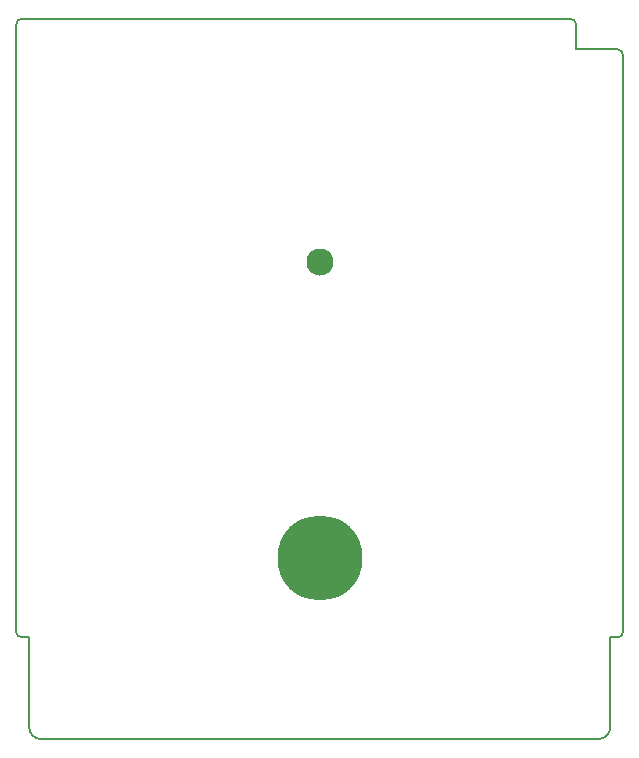
<source format=gbr>
G04 #@! TF.GenerationSoftware,KiCad,Pcbnew,5.1.5-52549c5~84~ubuntu19.10.1*
G04 #@! TF.CreationDate,2020-02-14T21:32:01+02:00*
G04 #@! TF.ProjectId,GB-MBCTEST,47422d4d-4243-4544-9553-542e6b696361,v1.1*
G04 #@! TF.SameCoordinates,Original*
G04 #@! TF.FileFunction,Soldermask,Bot*
G04 #@! TF.FilePolarity,Negative*
%FSLAX46Y46*%
G04 Gerber Fmt 4.6, Leading zero omitted, Abs format (unit mm)*
G04 Created by KiCad (PCBNEW 5.1.5-52549c5~84~ubuntu19.10.1) date 2020-02-14 21:32:01*
%MOMM*%
%LPD*%
G04 APERTURE LIST*
%ADD10C,0.150000*%
%ADD11C,7.200000*%
%ADD12C,2.300000*%
G04 APERTURE END LIST*
D10*
X125700000Y-90900000D02*
G75*
G02X125200000Y-91400000I-500000J0D01*
G01*
X125200000Y-41600000D02*
G75*
G02X125700000Y-42100000I0J-500000D01*
G01*
X125200000Y-41600000D02*
X121700000Y-41600000D01*
X125700000Y-90900000D02*
X125700000Y-42100000D01*
X124600000Y-91400000D02*
X125200000Y-91400000D01*
X74800000Y-91400000D02*
G75*
G02X74300000Y-90900000I0J500000D01*
G01*
X74300000Y-39500000D02*
G75*
G02X74800000Y-39000000I500000J0D01*
G01*
X121200000Y-39000000D02*
G75*
G02X121700000Y-39500000I0J-500000D01*
G01*
X76400000Y-100000000D02*
G75*
G02X75400000Y-99000000I0J1000000D01*
G01*
X124600000Y-99000000D02*
G75*
G02X123600000Y-100000000I-1000000J0D01*
G01*
X121700000Y-39500000D02*
X121700000Y-41600000D01*
X74800000Y-39000000D02*
X121200000Y-39000000D01*
X74300000Y-90900000D02*
X74300000Y-39500000D01*
X75400000Y-91400000D02*
X74800000Y-91400000D01*
X75400000Y-99000000D02*
X75400000Y-91400000D01*
X124600000Y-99000000D02*
X124600000Y-91400000D01*
X76400000Y-100000000D02*
X123600000Y-100000000D01*
D11*
X100000000Y-84650000D03*
D12*
X100000000Y-59650000D03*
M02*

</source>
